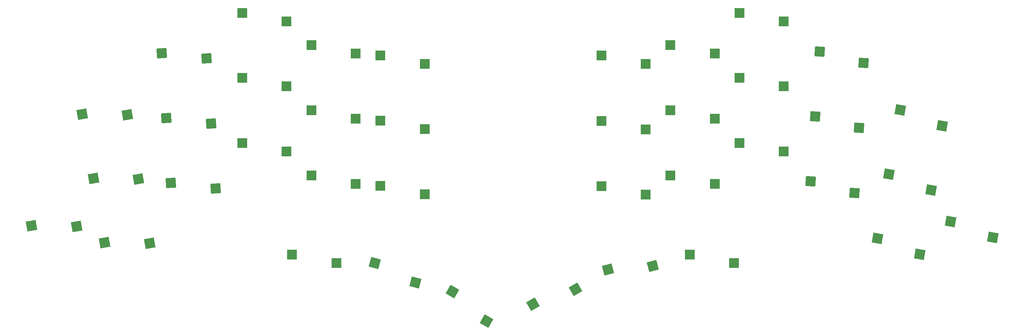
<source format=gbp>
G04 #@! TF.GenerationSoftware,KiCad,Pcbnew,(6.0.10)*
G04 #@! TF.CreationDate,2023-03-21T20:34:56-04:00*
G04 #@! TF.ProjectId,totem_0_3,746f7465-6d5f-4305-9f33-2e6b69636164,0.3*
G04 #@! TF.SameCoordinates,Original*
G04 #@! TF.FileFunction,Paste,Bot*
G04 #@! TF.FilePolarity,Positive*
%FSLAX46Y46*%
G04 Gerber Fmt 4.6, Leading zero omitted, Abs format (unit mm)*
G04 Created by KiCad (PCBNEW (6.0.10)) date 2023-03-21 20:34:56*
%MOMM*%
%LPD*%
G01*
G04 APERTURE LIST*
G04 Aperture macros list*
%AMRotRect*
0 Rectangle, with rotation*
0 The origin of the aperture is its center*
0 $1 length*
0 $2 width*
0 $3 Rotation angle, in degrees counterclockwise*
0 Add horizontal line*
21,1,$1,$2,0,0,$3*%
G04 Aperture macros list end*
%ADD10RotRect,2.600000X2.600000X10.000000*%
%ADD11R,2.600000X2.600000*%
%ADD12RotRect,2.600000X2.600000X4.000000*%
%ADD13RotRect,2.600000X2.600000X356.000000*%
%ADD14RotRect,2.600000X2.600000X350.000000*%
%ADD15RotRect,2.600000X2.600000X345.000000*%
%ADD16RotRect,2.600000X2.600000X15.000000*%
%ADD17RotRect,2.600000X2.600000X30.000000*%
%ADD18RotRect,2.600000X2.600000X330.000000*%
G04 APERTURE END LIST*
D10*
X45996171Y-108190391D03*
X57752726Y-108351331D03*
D11*
X94828165Y-111364348D03*
X106378165Y-113564348D03*
X117854205Y-93374989D03*
X129404205Y-95574989D03*
D12*
X60848741Y-58739677D03*
X72524070Y-60128631D03*
D11*
X81854229Y-65218188D03*
X93404229Y-67418188D03*
X175478285Y-93460067D03*
X187028285Y-95660067D03*
D13*
X230064718Y-92207033D03*
X241433118Y-95207362D03*
D10*
X26894113Y-103798440D03*
X38650668Y-103959380D03*
D14*
X253360526Y-73586044D03*
X264353030Y-77758258D03*
D15*
X116404131Y-113494457D03*
X126991173Y-118608854D03*
D11*
X81854229Y-48217968D03*
X93404229Y-50417968D03*
D14*
X266510526Y-102661044D03*
X277503030Y-106833258D03*
D11*
X193478205Y-90654887D03*
X205028205Y-92854887D03*
D16*
X177174185Y-115189722D03*
X188900030Y-114325399D03*
D17*
X157615970Y-124248997D03*
X168718563Y-120379253D03*
D13*
X231250594Y-75248225D03*
X242618994Y-78248554D03*
D11*
X175478245Y-59374549D03*
X187028245Y-61574549D03*
X117854205Y-59374549D03*
X129404205Y-61574549D03*
X99854241Y-56654447D03*
X111404241Y-58854447D03*
D12*
X62034617Y-75698485D03*
X73709946Y-77087439D03*
D11*
X193478205Y-73654667D03*
X205028205Y-75854667D03*
X99854241Y-73654667D03*
X111404241Y-75854667D03*
D14*
X250408467Y-90327993D03*
X261400971Y-94500207D03*
D12*
X63220492Y-92657294D03*
X74895821Y-94046248D03*
D18*
X136616332Y-120973997D03*
X145518925Y-128654253D03*
D11*
X211478165Y-65218188D03*
X223028165Y-67418188D03*
D10*
X40092057Y-74706493D03*
X51848612Y-74867433D03*
D11*
X211478165Y-48217968D03*
X223028165Y-50417968D03*
D13*
X232436469Y-58289416D03*
X243804869Y-61289745D03*
D14*
X247456412Y-107069941D03*
X258448916Y-111242155D03*
D11*
X198503165Y-111364348D03*
X210053165Y-113564348D03*
X211478165Y-82218408D03*
X223028165Y-84418408D03*
X99854241Y-90654887D03*
X111404241Y-92854887D03*
X117854205Y-76374769D03*
X129404205Y-78574769D03*
X81854229Y-82218408D03*
X93404229Y-84418408D03*
D10*
X43044113Y-91448440D03*
X54800668Y-91609380D03*
D11*
X193478205Y-56654447D03*
X205028205Y-58854447D03*
X175478285Y-76459847D03*
X187028285Y-78659847D03*
M02*

</source>
